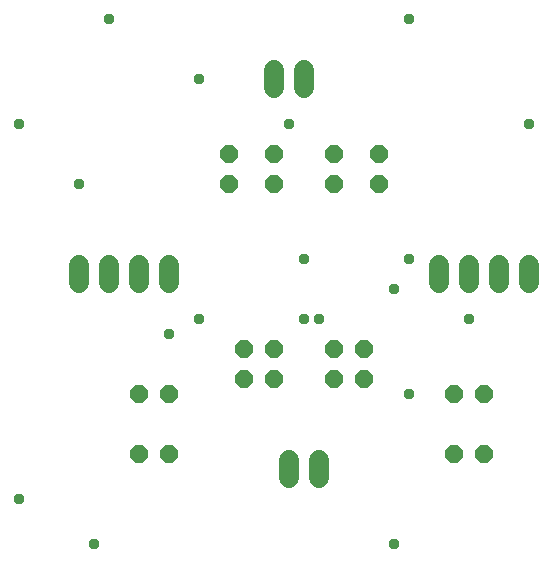
<source format=gbr>
G04 EAGLE Gerber RS-274X export*
G75*
%MOMM*%
%FSLAX34Y34*%
%LPD*%
%INSoldermask Bottom*%
%IPPOS*%
%AMOC8*
5,1,8,0,0,1.08239X$1,22.5*%
G01*
%ADD10P,1.649562X8X112.500000*%
%ADD11P,1.649562X8X292.500000*%
%ADD12C,1.711200*%
%ADD13P,1.649562X8X22.500000*%
%ADD14C,0.959600*%


D10*
X254000Y215900D03*
X254000Y241300D03*
X228600Y215900D03*
X228600Y241300D03*
X254000Y381000D03*
X254000Y406400D03*
D11*
X215900Y406400D03*
X215900Y381000D03*
X304800Y241300D03*
X304800Y215900D03*
D10*
X330200Y215900D03*
X330200Y241300D03*
X304800Y381000D03*
X304800Y406400D03*
X342900Y381000D03*
X342900Y406400D03*
D12*
X393700Y312340D02*
X393700Y297260D01*
X419100Y297260D02*
X419100Y312340D01*
X444500Y312340D02*
X444500Y297260D01*
X469900Y297260D02*
X469900Y312340D01*
X165100Y312340D02*
X165100Y297260D01*
X139700Y297260D02*
X139700Y312340D01*
X114300Y312340D02*
X114300Y297260D01*
X88900Y297260D02*
X88900Y312340D01*
X254000Y462360D02*
X254000Y477440D01*
X279400Y477440D02*
X279400Y462360D01*
X266700Y147240D02*
X266700Y132160D01*
X292100Y132160D02*
X292100Y147240D01*
D13*
X139700Y203200D03*
X165100Y203200D03*
X139700Y152400D03*
X165100Y152400D03*
X406400Y203200D03*
X431800Y203200D03*
X406400Y152400D03*
X431800Y152400D03*
D14*
X88900Y381000D03*
X355600Y292100D03*
X355600Y76200D03*
X101600Y76200D03*
X114300Y520700D03*
X368300Y520700D03*
X419100Y266700D03*
X292100Y266700D03*
X469900Y431800D03*
X266700Y431800D03*
X165100Y254000D03*
X279400Y266700D03*
X190500Y469900D03*
X190500Y266700D03*
X38100Y431800D03*
X38100Y114300D03*
X368300Y203200D03*
X368300Y317500D03*
X279400Y317500D03*
M02*

</source>
